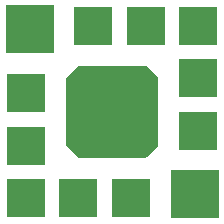
<source format=gtp>
G04 EAGLE Gerber X2 export*
%TF.Part,Single*%
%TF.FileFunction,Other,Top Paste*%
%TF.FilePolarity,Positive*%
%TF.GenerationSoftware,Autodesk,EAGLE,9.1.0*%
%TF.CreationDate,2018-07-18T05:01:02Z*%
G75*
%MOMM*%
%FSLAX34Y34*%
%LPD*%
%AMOC8*
5,1,8,0,0,1.08239X$1,22.5*%
G01*
%ADD10R,3.175000X3.175000*%
%ADD11R,4.127500X4.127500*%
%ADD12R,6.350000X6.350000*%

G36*
X130217Y62873D02*
X130217Y62873D01*
X130259Y62871D01*
X130326Y62893D01*
X130396Y62905D01*
X130432Y62927D01*
X130473Y62940D01*
X130546Y62994D01*
X130589Y63020D01*
X130602Y63036D01*
X130623Y63052D01*
X140148Y72577D01*
X140173Y72611D01*
X140204Y72640D01*
X140229Y72689D01*
X140244Y72708D01*
X140249Y72720D01*
X140277Y72761D01*
X140287Y72802D01*
X140307Y72840D01*
X140320Y72929D01*
X140333Y72978D01*
X140330Y72999D01*
X140334Y73025D01*
X140334Y130175D01*
X140327Y130217D01*
X140329Y130259D01*
X140307Y130326D01*
X140295Y130396D01*
X140273Y130432D01*
X140260Y130473D01*
X140206Y130546D01*
X140180Y130589D01*
X140164Y130602D01*
X140148Y130623D01*
X130623Y140148D01*
X130589Y140173D01*
X130560Y140204D01*
X130497Y140236D01*
X130439Y140277D01*
X130398Y140287D01*
X130360Y140307D01*
X130271Y140320D01*
X130222Y140333D01*
X130201Y140330D01*
X130175Y140334D01*
X73025Y140334D01*
X72983Y140327D01*
X72941Y140329D01*
X72874Y140307D01*
X72804Y140295D01*
X72768Y140273D01*
X72727Y140260D01*
X72654Y140206D01*
X72611Y140180D01*
X72598Y140164D01*
X72577Y140148D01*
X63052Y130623D01*
X63027Y130589D01*
X62996Y130560D01*
X62964Y130497D01*
X62923Y130439D01*
X62913Y130398D01*
X62893Y130360D01*
X62880Y130271D01*
X62868Y130222D01*
X62870Y130201D01*
X62866Y130175D01*
X62866Y73025D01*
X62873Y72983D01*
X62871Y72941D01*
X62893Y72874D01*
X62905Y72804D01*
X62927Y72768D01*
X62940Y72727D01*
X62971Y72686D01*
X62975Y72675D01*
X62994Y72655D01*
X62994Y72654D01*
X63020Y72611D01*
X63036Y72598D01*
X63052Y72577D01*
X72577Y63052D01*
X72611Y63027D01*
X72640Y62996D01*
X72703Y62964D01*
X72761Y62923D01*
X72802Y62913D01*
X72840Y62893D01*
X72929Y62880D01*
X72978Y62868D01*
X72999Y62870D01*
X73025Y62866D01*
X130175Y62866D01*
X130217Y62873D01*
G37*
D10*
X85725Y174625D03*
X130175Y174625D03*
X174625Y174625D03*
X174625Y130175D03*
X174625Y85725D03*
X117475Y28575D03*
X73025Y28575D03*
X28575Y28575D03*
X28575Y73025D03*
X28575Y117475D03*
D11*
X171450Y31750D03*
X31750Y171450D03*
D12*
X101600Y101600D03*
M02*

</source>
